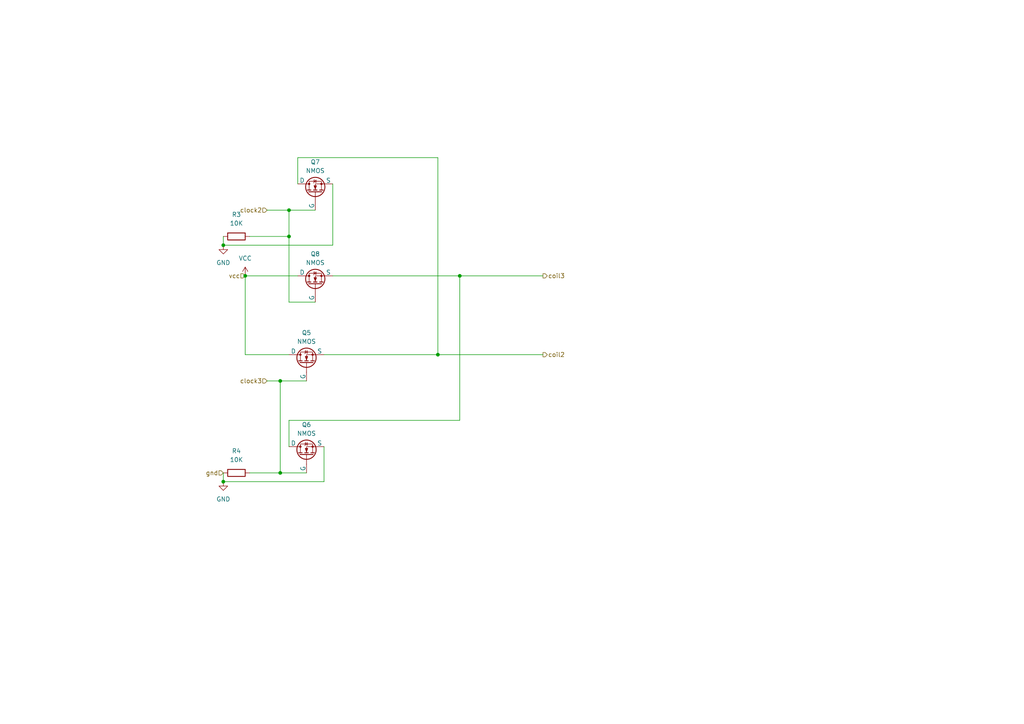
<source format=kicad_sch>
(kicad_sch (version 20231120) (generator "eeschema") (generator_version "8.0")
  (paper "A4")
  (lib_symbols
    (symbol "Device:R" (pin_numbers hide) (pin_names (offset 0))
      (property "Reference" "R" (at 2.032 0 90))
      (property "Value" "R" (at 0 0 90))
      (symbol "R_0_1"
        (rectangle (start -1.016 -2.54) (end 1.016 2.54) (stroke (width 0.254)))
      )
      (symbol "R_1_1"
        (pin passive line (at 0 3.81 270) (length 1.27) (name "~") (number "1"))
        (pin passive line (at 0 -3.81 90) (length 1.27) (name "~") (number "2"))
      )
    )
    (symbol "Simulation_SPICE:NMOS" (pin_numbers hide) (pin_names (offset 0))
      (property "Reference" "Q" (at 5.08 1.27 0))
      (property "Value" "NMOS" (at 5.08 -1.27 0))
      (symbol "NMOS_0_1"
        (polyline (pts (xy 0.254 0) (xy -2.54 0)))
        (polyline (pts (xy 0.254 1.905) (xy 0.254 -1.905)) (stroke (width 0.254)))
        (polyline (pts (xy 0.762 -1.27) (xy 0.762 -2.286)) (stroke (width 0.254)))
        (polyline (pts (xy 0.762 0.508) (xy 0.762 -0.508)) (stroke (width 0.254)))
        (polyline (pts (xy 0.762 2.286) (xy 0.762 1.27)) (stroke (width 0.254)))
        (polyline (pts (xy 2.54 2.54) (xy 2.54 1.778)))
        (polyline (pts (xy 2.54 -2.54) (xy 2.54 0) (xy 0.762 0)))
        (polyline (pts (xy 0.762 -1.778) (xy 3.302 -1.778) (xy 3.302 1.778) (xy 0.762 1.778)))
        (polyline (pts (xy 1.016 0) (xy 2.032 0.381) (xy 2.032 -0.381) (xy 1.016 0)) (fill (type outline)))
        (polyline (pts (xy 2.794 0.508) (xy 2.921 0.381) (xy 3.683 0.381) (xy 3.81 0.254)))
        (polyline (pts (xy 3.302 0.381) (xy 2.921 -0.254) (xy 3.683 -0.254) (xy 3.302 0.381)))
        (circle (center 1.651 0) (radius 2.794) (stroke (width 0.254)))
        (circle (center 2.54 -1.778) (radius 0.254) (fill (type outline)))
        (circle (center 2.54 1.778) (radius 0.254) (fill (type outline)))
      )
      (symbol "NMOS_1_1"
        (pin passive line (at 2.54 5.08 270) (length 2.54) (name "D") (number "1"))
        (pin input line (at -5.08 0 0) (length 2.54) (name "G") (number "2"))
        (pin passive line (at 2.54 -5.08 90) (length 2.54) (name "S") (number "3"))
      )
    )
    (symbol "power:GND" (power) (pin_numbers hide) (pin_names (offset 0) hide)
      (property "Value" "GND" (at 0 -3.81 0))
      (symbol "GND_0_1"
        (polyline (pts (xy 0 0) (xy 0 -1.27) (xy 1.27 -1.27) (xy 0 -2.54) (xy -1.27 -1.27) (xy 0 -1.27)))
      )
      (symbol "GND_1_1"
        (pin power_in line (at 0 0 270) (length 0) (name "~") (number "1"))
      )
    )
    (symbol "power:VCC" (power) (pin_numbers hide) (pin_names (offset 0) hide)
      (property "Value" "VCC" (at 0 3.556 0))
      (symbol "VCC_0_1"
        (polyline (pts (xy -0.762 1.27) (xy 0 2.54)))
        (polyline (pts (xy 0 0) (xy 0 2.54)))
        (polyline (pts (xy 0 2.54) (xy 0.762 1.27)))
      )
      (symbol "VCC_1_1"
        (pin power_in line (at 0 0 90) (length 0) (name "~") (number "1"))
      )
    )
  )
  (junction (at 127 102.87))
  (junction (at 83.82 68.58))
  (junction (at 64.77 71.12))
  (junction (at 71.12 80.01))
  (junction (at 83.82 60.96))
  (junction (at 81.28 137.16))
  (junction (at 133.35 80.01))
  (junction (at 81.28 110.49))
  (junction (at 64.77 139.7))
  (wire (pts (xy 133.35 80.01) (xy 133.35 121.92)))
  (wire (pts (xy 64.77 137.16) (xy 64.77 139.7)))
  (wire (pts (xy 71.12 80.01) (xy 71.12 102.87)))
  (wire (pts (xy 86.36 53.34) (xy 86.36 45.72)))
  (wire (pts (xy 83.82 68.58) (xy 83.82 87.63)))
  (wire (pts (xy 86.36 45.72) (xy 127 45.72)))
  (wire (pts (xy 83.82 60.96) (xy 83.82 68.58)))
  (wire (pts (xy 96.52 53.34) (xy 96.52 71.12)))
  (wire (pts (xy 81.28 110.49) (xy 81.28 137.16)))
  (wire (pts (xy 64.77 68.58) (xy 64.77 71.12)))
  (wire (pts (xy 83.82 87.63) (xy 91.44 87.63)))
  (wire (pts (xy 127 45.72) (xy 127 102.87)))
  (wire (pts (xy 81.28 110.49) (xy 88.9 110.49)))
  (wire (pts (xy 71.12 102.87) (xy 83.82 102.87)))
  (wire (pts (xy 72.39 137.16) (xy 81.28 137.16)))
  (wire (pts (xy 72.39 68.58) (xy 83.82 68.58)))
  (wire (pts (xy 83.82 129.54) (xy 83.82 121.92)))
  (wire (pts (xy 93.98 129.54) (xy 93.98 139.7)))
  (wire (pts (xy 96.52 80.01) (xy 133.35 80.01)))
  (wire (pts (xy 77.47 110.49) (xy 81.28 110.49)))
  (wire (pts (xy 127 102.87) (xy 157.48 102.87)))
  (wire (pts (xy 81.28 137.16) (xy 88.9 137.16)))
  (wire (pts (xy 64.77 139.7) (xy 93.98 139.7)))
  (wire (pts (xy 133.35 80.01) (xy 157.48 80.01)))
  (wire (pts (xy 77.47 60.96) (xy 83.82 60.96)))
  (wire (pts (xy 83.82 60.96) (xy 91.44 60.96)))
  (wire (pts (xy 71.12 80.01) (xy 86.36 80.01)))
  (wire (pts (xy 83.82 121.92) (xy 133.35 121.92)))
  (wire (pts (xy 64.77 71.12) (xy 96.52 71.12)))
  (wire (pts (xy 93.98 102.87) (xy 127 102.87)))
  (hierarchical_label "gnd" (shape input) (at 64.77 137.16 180))
  (hierarchical_label "coil3" (shape output) (at 157.48 80.01 0))
  (hierarchical_label "vcc" (shape input) (at 71.12 80.01 180))
  (hierarchical_label "coil2" (shape output) (at 157.48 102.87 0))
  (hierarchical_label "clock3" (shape input) (at 77.47 110.49 180))
  (hierarchical_label "clock2" (shape input) (at 77.47 60.96 180))
  (symbol (lib_id "power:GND") (at 64.77 139.7 0) (unit 1)
    (property "Reference" "#PWR05" (effects (hide yes)))
    (property "Value" "GND" (at 64.77 144.78 0))
    (property "Description" "Power symbol creates a global label with name \"GND\" , ground" (effects (hide yes)))
    (instances (project "wytrzasarka" (path "" (reference "#PWR05") (unit 1)) (path "" (reference "#PWR02") (unit 1))))
  )
  (symbol (lib_id "power:GND") (at 64.77 71.12 0) (unit 1)
    (property "Reference" "#PWR03" (effects (hide yes)))
    (property "Value" "GND" (at 64.77 76.2 0))
    (property "Description" "Power symbol creates a global label with name \"GND\" , ground" (effects (hide yes)))
    (instances (project "wytrzasarka" (path "" (reference "#PWR03") (unit 1)) (path "" (reference "#PWR01") (unit 1))))
  )
  (symbol (lib_id "Device:R") (at 68.58 68.58 90) (unit 1)
    (property "Reference" "R3" (at 68.58 62.23 90))
    (property "Value" "10K" (at 68.58 64.77 90))
    (property "Footprint" "Resistor_THT:R_Axial_DIN0207_L6.3mm_D2.5mm_P7.62mm_Horizontal" (effects (hide yes)))
    (property "Description" "Resistor" (effects (hide yes)))
    (property "Sim.Device" "R" (effects (hide yes)))
    (property "Sim.Pins" "1=+ 2=-" (effects (hide yes)))
    (instances (project "wytrzasarka" (path "" (reference "R3") (unit 1)) (path "" (reference "R1") (unit 1))))
  )
  (symbol (lib_id "Simulation_SPICE:NMOS") (at 91.44 55.88 90) (unit 1)
    (property "Reference" "Q7" (at 91.44 46.99 90))
    (property "Value" "NMOS" (at 91.44 49.53 90))
    (property "Footprint" "Package_TO_SOT_THT:TO-220F-3_Vertical" (effects (hide yes)))
    (property "Datasheet" "https://ngspice.sourceforge.io/docs/ngspice-html-manual/manual.xhtml#cha_MOSFETs" (effects (hide yes)))
    (property "Description" "N-MOSFET transistor, drain/source/gate" (effects (hide yes)))
    (property "Sim.Device" "NMOS" (effects (hide yes)))
    (property "Sim.Type" "VDMOS" (effects (hide yes)))
    (property "Sim.Pins" "1=D 2=G 3=S" (effects (hide yes)))
    (instances (project "wytrzasarka" (path "" (reference "Q7") (unit 1)) (path "" (reference "Q3") (unit 1))))
  )
  (symbol (lib_id "Simulation_SPICE:NMOS") (at 88.9 105.41 90) (unit 1)
    (property "Reference" "Q5" (at 88.9 96.52 90))
    (property "Value" "NMOS" (at 88.9 99.06 90))
    (property "Footprint" "Package_TO_SOT_THT:TO-220F-3_Vertical" (effects (hide yes)))
    (property "Datasheet" "https://ngspice.sourceforge.io/docs/ngspice-html-manual/manual.xhtml#cha_MOSFETs" (effects (hide yes)))
    (property "Description" "N-MOSFET transistor, drain/source/gate" (effects (hide yes)))
    (property "Sim.Device" "NMOS" (effects (hide yes)))
    (property "Sim.Type" "VDMOS" (effects (hide yes)))
    (property "Sim.Pins" "1=D 2=G 3=S" (effects (hide yes)))
    (instances (project "wytrzasarka" (path "" (reference "Q5") (unit 1)) (path "" (reference "Q1") (unit 1))))
  )
  (symbol (lib_id "Simulation_SPICE:NMOS") (at 91.44 82.55 90) (unit 1)
    (property "Reference" "Q8" (at 91.44 73.66 90))
    (property "Value" "NMOS" (at 91.44 76.2 90))
    (property "Footprint" "Package_TO_SOT_THT:TO-220F-3_Vertical" (effects (hide yes)))
    (property "Datasheet" "https://ngspice.sourceforge.io/docs/ngspice-html-manual/manual.xhtml#cha_MOSFETs" (effects (hide yes)))
    (property "Description" "N-MOSFET transistor, drain/source/gate" (effects (hide yes)))
    (property "Sim.Device" "NMOS" (effects (hide yes)))
    (property "Sim.Type" "VDMOS" (effects (hide yes)))
    (property "Sim.Pins" "1=D 2=G 3=S" (effects (hide yes)))
    (instances (project "wytrzasarka" (path "" (reference "Q8") (unit 1)) (path "" (reference "Q4") (unit 1))))
  )
  (symbol (lib_id "power:VCC") (at 71.12 80.01 0) (unit 1)
    (property "Reference" "#PWR06" (effects (hide yes)))
    (property "Value" "VCC" (at 71.12 74.93 0))
    (property "Description" "Power symbol creates a global label with name \"VCC\"" (effects (hide yes)))
    (instances (project "wytrzasarka" (path "" (reference "#PWR06") (unit 1)) (path "" (reference "#PWR04") (unit 1))))
  )
  (symbol (lib_id "Device:R") (at 68.58 137.16 90) (unit 1)
    (property "Reference" "R4" (at 68.58 130.81 90))
    (property "Value" "10K" (at 68.58 133.35 90))
    (property "Footprint" "Resistor_THT:R_Axial_DIN0207_L6.3mm_D2.5mm_P7.62mm_Horizontal" (effects (hide yes)))
    (property "Description" "Resistor" (effects (hide yes)))
    (property "Sim.Device" "R" (effects (hide yes)))
    (property "Sim.Pins" "1=+ 2=-" (effects (hide yes)))
    (instances (project "wytrzasarka" (path "" (reference "R4") (unit 1)) (path "" (reference "R2") (unit 1))))
  )
  (symbol (lib_id "Simulation_SPICE:NMOS") (at 88.9 132.08 90) (unit 1)
    (property "Reference" "Q6" (at 88.9 123.19 90))
    (property "Value" "NMOS" (at 88.9 125.73 90))
    (property "Footprint" "Package_TO_SOT_THT:TO-220F-3_Vertical" (effects (hide yes)))
    (property "Datasheet" "https://ngspice.sourceforge.io/docs/ngspice-html-manual/manual.xhtml#cha_MOSFETs" (effects (hide yes)))
    (property "Description" "N-MOSFET transistor, drain/source/gate" (effects (hide yes)))
    (property "Sim.Device" "NMOS" (effects (hide yes)))
    (property "Sim.Type" "VDMOS" (effects (hide yes)))
    (property "Sim.Pins" "1=D 2=G 3=S" (effects (hide yes)))
    (instances (project "wytrzasarka" (path "" (reference "Q6") (unit 1)) (path "" (reference "Q2") (unit 1))))
  )
)
</source>
